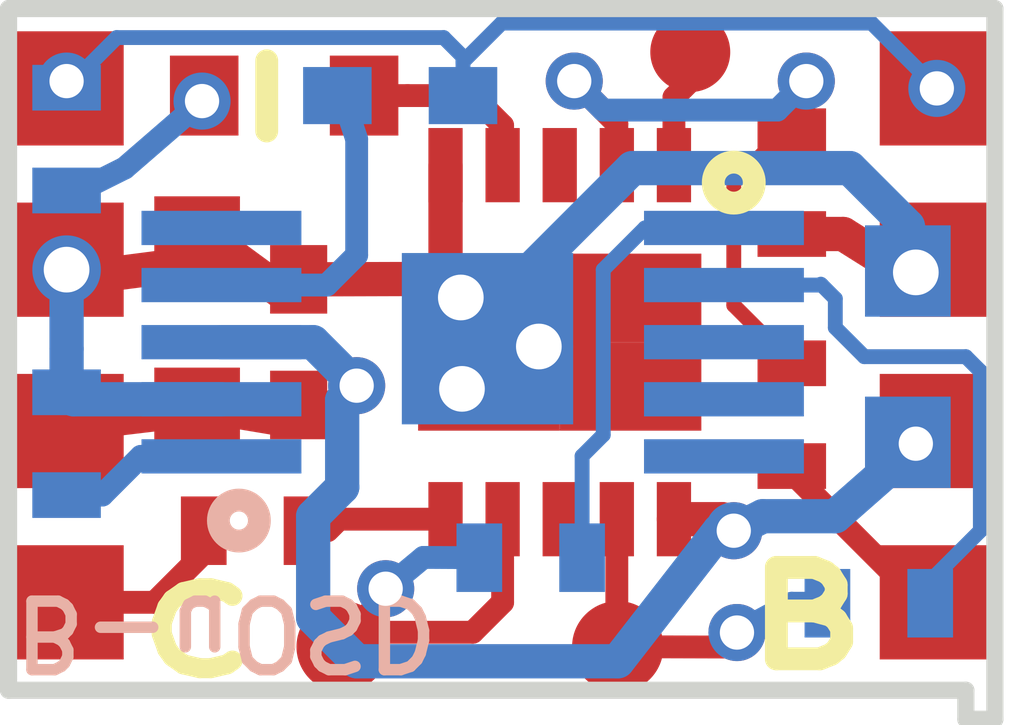
<source format=kicad_pcb>
(kicad_pcb (version 4) (host pcbnew 4.0.6)

  (general
    (links 38)
    (no_connects 0)
    (area 143.180999 110.414999 151.967001 116.788001)
    (thickness 0.8)
    (drawings 12)
    (tracks 164)
    (zones 0)
    (modules 20)
    (nets 21)
  )

  (page A4)
  (layers
    (0 F.Cu signal)
    (31 B.Cu signal)
    (32 B.Adhes user)
    (33 F.Adhes user)
    (34 B.Paste user)
    (35 F.Paste user)
    (36 B.SilkS user)
    (37 F.SilkS user)
    (38 B.Mask user)
    (39 F.Mask user)
    (40 Dwgs.User user)
    (41 Cmts.User user)
    (42 Eco1.User user)
    (43 Eco2.User user)
    (44 Edge.Cuts user)
    (45 Margin user)
    (46 B.CrtYd user hide)
    (47 F.CrtYd user hide)
    (48 B.Fab user hide)
    (49 F.Fab user hide)
  )

  (setup
    (last_trace_width 0.2)
    (trace_clearance 0.13)
    (zone_clearance 0.15)
    (zone_45_only no)
    (trace_min 0.13)
    (segment_width 0.2)
    (edge_width 0.15)
    (via_size 0.5)
    (via_drill 0.3)
    (via_min_size 0.4)
    (via_min_drill 0.3)
    (uvia_size 0.3)
    (uvia_drill 0.1)
    (uvias_allowed no)
    (uvia_min_size 0.2)
    (uvia_min_drill 0.1)
    (pcb_text_width 0.3)
    (pcb_text_size 1.5 1.5)
    (mod_edge_width 0.15)
    (mod_text_size 1 1)
    (mod_text_width 0.15)
    (pad_size 0.775 1.24)
    (pad_drill 0)
    (pad_to_mask_clearance 0.08)
    (aux_axis_origin 0 0)
    (visible_elements 7FFEFE7F)
    (pcbplotparams
      (layerselection 0x00030_80000001)
      (usegerberextensions false)
      (excludeedgelayer true)
      (linewidth 0.100000)
      (plotframeref false)
      (viasonmask false)
      (mode 1)
      (useauxorigin false)
      (hpglpennumber 1)
      (hpglpenspeed 20)
      (hpglpendiameter 15)
      (hpglpenoverlay 2)
      (psnegative false)
      (psa4output false)
      (plotreference true)
      (plotvalue true)
      (plotinvisibletext false)
      (padsonsilk false)
      (subtractmaskfromsilk false)
      (outputformat 1)
      (mirror false)
      (drillshape 1)
      (scaleselection 1)
      (outputdirectory ""))
  )

  (net 0 "")
  (net 1 GND)
  (net 2 VCC)
  (net 3 "Net-(C2-Pad1)")
  (net 4 VIDEO)
  (net 5 "Net-(D1-Pad1)")
  (net 6 "Net-(D1-Pad2)")
  (net 7 CONFIGURE)
  (net 8 +BATT)
  (net 9 "Net-(R1-Pad2)")
  (net 10 "Net-(R3-Pad2)")
  (net 11 "Net-(R5-Pad1)")
  (net 12 "Net-(R6-Pad1)")
  (net 13 "Net-(U1-Pad5)")
  (net 14 "Net-(U1-Pad9)")
  (net 15 "Net-(U1-Pad10)")
  (net 16 "Net-(J3-Pad1)")
  (net 17 "Net-(J4-Pad1)")
  (net 18 "Net-(J5-Pad1)")
  (net 19 "Net-(U1-Pad8)")
  (net 20 "Net-(R7-Pad2)")

  (net_class Default "This is the default net class."
    (clearance 0.13)
    (trace_width 0.2)
    (via_dia 0.5)
    (via_drill 0.3)
    (uvia_dia 0.3)
    (uvia_drill 0.1)
    (add_net +BATT)
    (add_net CONFIGURE)
    (add_net "Net-(C2-Pad1)")
    (add_net "Net-(D1-Pad1)")
    (add_net "Net-(D1-Pad2)")
    (add_net "Net-(R1-Pad2)")
    (add_net "Net-(R7-Pad2)")
    (add_net "Net-(U1-Pad10)")
    (add_net "Net-(U1-Pad5)")
    (add_net "Net-(U1-Pad8)")
    (add_net "Net-(U1-Pad9)")
  )

  (net_class GND ""
    (clearance 0.12)
    (trace_width 0.3)
    (via_dia 0.6)
    (via_drill 0.4)
    (uvia_dia 0.3)
    (uvia_drill 0.1)
    (add_net GND)
  )

  (net_class ProgLine ""
    (clearance 0.13)
    (trace_width 0.2)
    (via_dia 0.5)
    (via_drill 0.3)
    (uvia_dia 0.3)
    (uvia_drill 0.1)
    (add_net "Net-(J3-Pad1)")
    (add_net "Net-(J4-Pad1)")
    (add_net "Net-(J5-Pad1)")
  )

  (net_class Thin ""
    (clearance 0.13)
    (trace_width 0.13)
    (via_dia 0.5)
    (via_drill 0.3)
    (uvia_dia 0.3)
    (uvia_drill 0.1)
    (add_net "Net-(R3-Pad2)")
    (add_net "Net-(R5-Pad1)")
    (add_net "Net-(R6-Pad1)")
    (add_net VIDEO)
  )

  (net_class VCC ""
    (clearance 0.13)
    (trace_width 0.3)
    (via_dia 0.5)
    (via_drill 0.3)
    (uvia_dia 0.3)
    (uvia_drill 0.1)
    (add_net VCC)
  )

  (module C_0603 (layer B.Cu) (tedit 593194D3) (tstamp 593127B7)
    (at 151.13 113.538 270)
    (descr "Capacitor SMD 0603, reflow soldering, AVX (see smccp.pdf)")
    (tags "capacitor 0603")
    (path /59312194)
    (attr smd)
    (fp_text reference C1 (at 0 1.5 270) (layer B.SilkS) hide
      (effects (font (size 1 1) (thickness 0.15)) (justify mirror))
    )
    (fp_text value 100n (at 0 -1.5 270) (layer B.Fab)
      (effects (font (size 1 1) (thickness 0.15)) (justify mirror))
    )
    (fp_text user %R (at 0 1.5 270) (layer B.Fab)
      (effects (font (size 1 1) (thickness 0.15)) (justify mirror))
    )
    (fp_line (start -0.8 -0.4) (end -0.8 0.4) (layer B.Fab) (width 0.1))
    (fp_line (start 0.8 -0.4) (end -0.8 -0.4) (layer B.Fab) (width 0.1))
    (fp_line (start 0.8 0.4) (end 0.8 -0.4) (layer B.Fab) (width 0.1))
    (fp_line (start -0.8 0.4) (end 0.8 0.4) (layer B.Fab) (width 0.1))
    (fp_line (start -1.4 0.65) (end 1.4 0.65) (layer B.CrtYd) (width 0.05))
    (fp_line (start -1.4 0.65) (end -1.4 -0.65) (layer B.CrtYd) (width 0.05))
    (fp_line (start 1.4 -0.65) (end 1.4 0.65) (layer B.CrtYd) (width 0.05))
    (fp_line (start 1.4 -0.65) (end -1.4 -0.65) (layer B.CrtYd) (width 0.05))
    (pad 1 smd rect (at -0.75 0 270) (size 0.8 0.75) (layers B.Cu B.Paste B.Mask)
      (net 1 GND))
    (pad 2 smd rect (at 0.75 0 270) (size 0.8 0.75) (layers B.Cu B.Paste B.Mask)
      (net 2 VCC))
    (model Capacitors_SMD.3dshapes/C_0603.wrl
      (at (xyz 0 0 0))
      (scale (xyz 1 1 1))
      (rotate (xyz 0 0 0))
    )
  )

  (module C_0603 (layer F.Cu) (tedit 593194B7) (tstamp 593127D7)
    (at 144.907 113.284 270)
    (descr "Capacitor SMD 0603, reflow soldering, AVX (see smccp.pdf)")
    (tags "capacitor 0603")
    (path /593121E3)
    (attr smd)
    (fp_text reference C3 (at 0 -1.5 270) (layer F.SilkS) hide
      (effects (font (size 1 1) (thickness 0.15)))
    )
    (fp_text value 2.2uf (at 0 1.5 270) (layer F.Fab) hide
      (effects (font (size 1 1) (thickness 0.15)))
    )
    (fp_text user %R (at 0 -1.5 270) (layer F.Fab) hide
      (effects (font (size 1 1) (thickness 0.15)))
    )
    (fp_line (start -0.8 0.4) (end -0.8 -0.4) (layer F.Fab) (width 0.1))
    (fp_line (start 0.8 0.4) (end -0.8 0.4) (layer F.Fab) (width 0.1))
    (fp_line (start 0.8 -0.4) (end 0.8 0.4) (layer F.Fab) (width 0.1))
    (fp_line (start -0.8 -0.4) (end 0.8 -0.4) (layer F.Fab) (width 0.1))
    (fp_line (start -1.4 -0.65) (end 1.4 -0.65) (layer F.CrtYd) (width 0.05))
    (fp_line (start -1.4 -0.65) (end -1.4 0.65) (layer F.CrtYd) (width 0.05))
    (fp_line (start 1.4 0.65) (end 1.4 -0.65) (layer F.CrtYd) (width 0.05))
    (fp_line (start 1.4 0.65) (end -1.4 0.65) (layer F.CrtYd) (width 0.05))
    (pad 1 smd rect (at -0.75 0 270) (size 0.8 0.75) (layers F.Cu F.Paste F.Mask)
      (net 1 GND))
    (pad 2 smd rect (at 0.75 0 270) (size 0.8 0.75) (layers F.Cu F.Paste F.Mask)
      (net 2 VCC))
    (model Capacitors_SMD.3dshapes/C_0603.wrl
      (at (xyz 0 0 0))
      (scale (xyz 1 1 1))
      (rotate (xyz 0 0 0))
    )
  )

  (module 4pin_SMD_small (layer F.Cu) (tedit 5931896A) (tstamp 59312807)
    (at 151.384 115.189 90)
    (path /59315140)
    (fp_text reference J1 (at 1.27 2.54 90) (layer F.SilkS) hide
      (effects (font (size 1 1) (thickness 0.15)))
    )
    (fp_text value Camera (at 1.27 -2.54 90) (layer F.Fab) hide
      (effects (font (size 1 1) (thickness 0.15)))
    )
    (pad 4 smd rect (at 4 0 90) (size 1 1) (layers F.Cu F.Paste F.Mask)
      (net 4 VIDEO))
    (pad 3 smd rect (at 2.5 0 90) (size 1 1) (layers F.Cu F.Paste F.Mask)
      (net 1 GND))
    (pad 2 smd rect (at 1 0 90) (size 1 1) (layers F.Cu F.Paste F.Mask)
      (net 2 VCC))
    (pad 1 smd rect (at -0.5 0 90) (size 1 1) (layers F.Cu F.Paste F.Mask)
      (net 8 +BATT))
  )

  (module D_SOD-523 (layer F.Cu) (tedit 59317AB2) (tstamp 593127FF)
    (at 145.669 111.252)
    (descr "http://www.diodes.com/datasheets/ap02001.pdf p.144")
    (tags "Diode SOD523")
    (path /593139FC)
    (attr smd)
    (fp_text reference D1 (at 0 -1.3) (layer F.SilkS) hide
      (effects (font (size 1 1) (thickness 0.15)))
    )
    (fp_text value 1N4148WT (at 0 1.4) (layer F.Fab)
      (effects (font (size 1 1) (thickness 0.15)))
    )
    (fp_text user %R (at 0 -1.3) (layer F.Fab) hide
      (effects (font (size 1 1) (thickness 0.15)))
    )
    (fp_line (start 1.25 -0.7) (end 1.25 0.7) (layer F.CrtYd) (width 0.05))
    (fp_line (start -1.25 -0.7) (end 1.25 -0.7) (layer F.CrtYd) (width 0.05))
    (fp_line (start -1.25 0.7) (end -1.25 -0.7) (layer F.CrtYd) (width 0.05))
    (fp_line (start 1.25 0.7) (end -1.25 0.7) (layer F.CrtYd) (width 0.05))
    (fp_line (start 0.1 0) (end 0.25 0) (layer F.Fab) (width 0.1))
    (fp_line (start 0.1 -0.2) (end -0.2 0) (layer F.Fab) (width 0.1))
    (fp_line (start 0.1 0.2) (end 0.1 -0.2) (layer F.Fab) (width 0.1))
    (fp_line (start -0.2 0) (end 0.1 0.2) (layer F.Fab) (width 0.1))
    (fp_line (start -0.2 0) (end -0.35 0) (layer F.Fab) (width 0.1))
    (fp_line (start -0.2 0.2) (end -0.2 -0.2) (layer F.Fab) (width 0.1))
    (fp_line (start 0.65 -0.45) (end 0.65 0.45) (layer F.Fab) (width 0.1))
    (fp_line (start -0.65 -0.45) (end 0.65 -0.45) (layer F.Fab) (width 0.1))
    (fp_line (start -0.65 0.45) (end -0.65 -0.45) (layer F.Fab) (width 0.1))
    (fp_line (start 0.65 0.45) (end -0.65 0.45) (layer F.Fab) (width 0.1))
    (pad 2 smd rect (at 0.7 0 180) (size 0.6 0.7) (layers F.Cu F.Paste F.Mask)
      (net 6 "Net-(D1-Pad2)"))
    (pad 1 smd rect (at -0.7 0 180) (size 0.6 0.7) (layers F.Cu F.Paste F.Mask)
      (net 5 "Net-(D1-Pad1)"))
    (model ${KISYS3DMOD}/Diodes_SMD.3dshapes/D_SOD-523.wrl
      (at (xyz 0 0 0))
      (scale (xyz 1 1 1))
      (rotate (xyz 0 0 0))
    )
  )

  (module Prog_pad (layer F.Cu) (tedit 5938F6E1) (tstamp 593178F5)
    (at 149.225 110.871)
    (path /5931B806)
    (fp_text reference J3 (at 0.75 1.5) (layer F.SilkS) hide
      (effects (font (size 1 1) (thickness 0.15)))
    )
    (fp_text value RST (at 0 -1.75) (layer F.Fab) hide
      (effects (font (size 1 1) (thickness 0.15)))
    )
    (pad 1 smd circle (at 0 0) (size 0.7 0.7) (layers F.Cu F.Paste F.Mask)
      (net 16 "Net-(J3-Pad1)") (solder_mask_margin 0.02))
  )

  (module MSOP-10_3x3mm_Pitch0.5mm locked (layer B.Cu) (tedit 5931761D) (tstamp 59312888)
    (at 147.32 113.411)
    (descr "10-Lead Plastic Micro Small Outline Package (MS) [MSOP] (see Microchip Packaging Specification 00000049BS.pdf)")
    (tags "SSOP 0.5")
    (path /59311C8C)
    (attr smd)
    (fp_text reference U1 (at 0 2.6) (layer B.SilkS) hide
      (effects (font (size 1 1) (thickness 0.15)) (justify mirror))
    )
    (fp_text value LMH1980 (at 0 -2.6) (layer B.Fab) hide
      (effects (font (size 1 1) (thickness 0.15)) (justify mirror))
    )
    (fp_line (start -0.5 1.5) (end 1.5 1.5) (layer B.Fab) (width 0.15))
    (fp_line (start 1.5 1.5) (end 1.5 -1.5) (layer B.Fab) (width 0.15))
    (fp_line (start 1.5 -1.5) (end -1.5 -1.5) (layer B.Fab) (width 0.15))
    (fp_line (start -1.5 -1.5) (end -1.5 0.5) (layer B.Fab) (width 0.15))
    (fp_line (start -1.5 0.5) (end -0.5 1.5) (layer B.Fab) (width 0.15))
    (fp_line (start -3.15 1.85) (end -3.15 -1.85) (layer B.CrtYd) (width 0.05))
    (fp_line (start 3.15 1.85) (end 3.15 -1.85) (layer B.CrtYd) (width 0.05))
    (fp_line (start -3.15 1.85) (end 3.15 1.85) (layer B.CrtYd) (width 0.05))
    (fp_line (start -3.15 -1.85) (end 3.15 -1.85) (layer B.CrtYd) (width 0.05))
    (fp_text user %R (at 0 0) (layer B.Fab) hide
      (effects (font (size 0.6 0.6) (thickness 0.15)) (justify mirror))
    )
    (pad 1 smd rect (at -2.2 1) (size 1.4 0.3) (layers B.Cu B.Paste B.Mask)
      (net 9 "Net-(R1-Pad2)"))
    (pad 2 smd rect (at -2.2 0.5) (size 1.4 0.3) (layers B.Cu B.Paste B.Mask)
      (net 1 GND))
    (pad 3 smd rect (at -2.2 0) (size 1.4 0.3) (layers B.Cu B.Paste B.Mask)
      (net 2 VCC))
    (pad 4 smd rect (at -2.2 -0.5) (size 1.4 0.3) (layers B.Cu B.Paste B.Mask)
      (net 3 "Net-(C2-Pad1)"))
    (pad 5 smd rect (at -2.2 -1) (size 1.4 0.3) (layers B.Cu B.Paste B.Mask)
      (net 13 "Net-(U1-Pad5)"))
    (pad 6 smd rect (at 2.2 -1) (size 1.4 0.3) (layers B.Cu B.Paste B.Mask)
      (net 11 "Net-(R5-Pad1)"))
    (pad 7 smd rect (at 2.2 -0.5) (size 1.4 0.3) (layers B.Cu B.Paste B.Mask)
      (net 12 "Net-(R6-Pad1)"))
    (pad 8 smd rect (at 2.2 0) (size 1.4 0.3) (layers B.Cu B.Paste B.Mask)
      (net 19 "Net-(U1-Pad8)"))
    (pad 9 smd rect (at 2.2 0.5) (size 1.4 0.3) (layers B.Cu B.Paste B.Mask)
      (net 14 "Net-(U1-Pad9)"))
    (pad 10 smd rect (at 2.2 1) (size 1.4 0.3) (layers B.Cu B.Paste B.Mask)
      (net 15 "Net-(U1-Pad10)"))
    (model ${KISYS3DMOD}/Housings_SSOP.3dshapes/MSOP-10_3x3mm_Pitch0.5mm.wrl
      (at (xyz 0 0 0))
      (scale (xyz 1 1 1))
      (rotate (xyz 0 0 0))
    )
  )

  (module DFN-10-1EP_3x3mm_Pitch0.5mm locked (layer F.Cu) (tedit 597F1D53) (tstamp 593128AB)
    (at 148.082 113.411 270)
    (descr "10-Lead Plastic Dual Flat, No Lead Package (MF) - 3x3x0.9 mm Body [DFN] (see Microchip Packaging Specification 00000049BS.pdf)")
    (tags "DFN 0.5")
    (path /593115E4)
    (attr smd)
    (fp_text reference U2 (at 0 -2.575 270) (layer F.SilkS) hide
      (effects (font (size 1 1) (thickness 0.15)))
    )
    (fp_text value ATTINY13A-MMF (at 0 2.575 270) (layer F.Fab)
      (effects (font (size 1 1) (thickness 0.15)))
    )
    (fp_line (start -0.5 -1.5) (end 1.5 -1.5) (layer F.Fab) (width 0.15))
    (fp_line (start 1.5 -1.5) (end 1.5 1.5) (layer F.Fab) (width 0.15))
    (fp_line (start 1.5 1.5) (end -1.5 1.5) (layer F.Fab) (width 0.15))
    (fp_line (start -1.5 1.5) (end -1.5 -0.5) (layer F.Fab) (width 0.15))
    (fp_line (start -1.5 -0.5) (end -0.5 -1.5) (layer F.Fab) (width 0.15))
    (fp_line (start -2.15 -1.85) (end -2.15 1.85) (layer F.CrtYd) (width 0.05))
    (fp_line (start 2.15 -1.85) (end 2.15 1.85) (layer F.CrtYd) (width 0.05))
    (fp_line (start -2.15 -1.85) (end 2.15 -1.85) (layer F.CrtYd) (width 0.05))
    (fp_line (start -2.15 1.85) (end 2.15 1.85) (layer F.CrtYd) (width 0.05))
    (pad 1 smd rect (at -1.55 -1 270) (size 0.65 0.3) (layers F.Cu F.Paste F.Mask)
      (net 16 "Net-(J3-Pad1)"))
    (pad 2 smd rect (at -1.55 -0.5 270) (size 0.65 0.3) (layers F.Cu F.Paste F.Mask)
      (net 10 "Net-(R3-Pad2)"))
    (pad 3 smd rect (at -1.55 0 270) (size 0.65 0.3) (layers F.Cu F.Paste F.Mask))
    (pad 4 smd rect (at -1.55 0.5 270) (size 0.65 0.3) (layers F.Cu F.Paste F.Mask)
      (net 6 "Net-(D1-Pad2)"))
    (pad 5 smd rect (at -1.55 1 270) (size 0.65 0.3) (layers F.Cu F.Paste F.Mask)
      (net 1 GND))
    (pad 6 smd rect (at 1.55 1 270) (size 0.65 0.3) (layers F.Cu F.Paste F.Mask)
      (net 20 "Net-(R7-Pad2)"))
    (pad 7 smd rect (at 1.55 0.5 270) (size 0.65 0.3) (layers F.Cu F.Paste F.Mask)
      (net 17 "Net-(J4-Pad1)"))
    (pad 8 smd rect (at 1.55 0 270) (size 0.65 0.3) (layers F.Cu F.Paste F.Mask))
    (pad 9 smd rect (at 1.55 -0.5 270) (size 0.65 0.3) (layers F.Cu F.Paste F.Mask)
      (net 18 "Net-(J5-Pad1)"))
    (pad 10 smd rect (at 1.55 -1 270) (size 0.65 0.3) (layers F.Cu F.Paste F.Mask)
      (net 2 VCC))
    (pad 11 smd rect (at 0.3875 0.62 270) (size 0.775 1.24) (layers F.Cu F.Paste F.Mask)
      (net 1 GND) (solder_paste_margin_ratio -0.2))
    (pad 11 smd rect (at 0.3875 -0.62 270) (size 0.775 1.24) (layers F.Cu F.Paste F.Mask)
      (net 1 GND) (solder_paste_margin_ratio -0.2))
    (pad 11 smd rect (at -0.3875 0.62 270) (size 0.775 1.24) (layers F.Cu F.Paste F.Mask)
      (net 1 GND) (solder_paste_margin_ratio -0.2))
    (pad 11 smd rect (at -0.3875 -0.62 270) (size 0.775 1.24) (layers F.Cu F.Paste F.Mask)
      (net 1 GND) (solder_paste_margin_ratio -0.2))
    (model Housings_DFN_QFN.3dshapes/DFN-10-1EP_3x3mm_Pitch0.5mm.wrl
      (at (xyz 0 0 0))
      (scale (xyz 1 1 1))
      (rotate (xyz 0 0 0))
    )
  )

  (module Capacitors_SMD:C_0402_NoSilk (layer B.Cu) (tedit 59314D84) (tstamp 593127C6)
    (at 146.685 111.252)
    (descr "Capacitor SMD 0402, reflow soldering, AVX (see smccp.pdf)")
    (tags "capacitor 0402")
    (path /593126E9)
    (attr smd)
    (fp_text reference C2 (at 0 1.27) (layer B.SilkS) hide
      (effects (font (size 1 1) (thickness 0.15)) (justify mirror))
    )
    (fp_text value 100n (at 0 -1.27) (layer B.Fab) hide
      (effects (font (size 1 1) (thickness 0.15)) (justify mirror))
    )
    (fp_text user %R (at 0 1.27) (layer B.Fab) hide
      (effects (font (size 1 1) (thickness 0.15)) (justify mirror))
    )
    (fp_line (start -0.5 -0.25) (end -0.5 0.25) (layer B.Fab) (width 0.1))
    (fp_line (start 0.5 -0.25) (end -0.5 -0.25) (layer B.Fab) (width 0.1))
    (fp_line (start 0.5 0.25) (end 0.5 -0.25) (layer B.Fab) (width 0.1))
    (fp_line (start -0.5 0.25) (end 0.5 0.25) (layer B.Fab) (width 0.1))
    (fp_line (start -1 0.4) (end 1 0.4) (layer B.CrtYd) (width 0.05))
    (fp_line (start -1 0.4) (end -1 -0.4) (layer B.CrtYd) (width 0.05))
    (fp_line (start 1 -0.4) (end 1 0.4) (layer B.CrtYd) (width 0.05))
    (fp_line (start 1 -0.4) (end -1 -0.4) (layer B.CrtYd) (width 0.05))
    (pad 1 smd rect (at -0.55 0) (size 0.6 0.5) (layers B.Cu B.Paste B.Mask)
      (net 3 "Net-(C2-Pad1)"))
    (pad 2 smd rect (at 0.55 0) (size 0.6 0.5) (layers B.Cu B.Paste B.Mask)
      (net 4 VIDEO))
    (model Capacitors_SMD.3dshapes/C_0402.wrl
      (at (xyz 0 0 0))
      (scale (xyz 1 1 1))
      (rotate (xyz 0 0 0))
    )
  )

  (module Capacitors_SMD:C_0402_NoSilk (layer F.Cu) (tedit 59316C49) (tstamp 593127E6)
    (at 145.796 113.411 90)
    (descr "Capacitor SMD 0402, reflow soldering, AVX (see smccp.pdf)")
    (tags "capacitor 0402")
    (path /59317458)
    (attr smd)
    (fp_text reference C4 (at 0 -1.27 90) (layer F.SilkS) hide
      (effects (font (size 1 1) (thickness 0.15)))
    )
    (fp_text value 100n (at 0 1.27 90) (layer F.Fab)
      (effects (font (size 1 1) (thickness 0.15)))
    )
    (fp_text user %R (at 0 -1.27 90) (layer F.Fab)
      (effects (font (size 1 1) (thickness 0.15)))
    )
    (fp_line (start -0.5 0.25) (end -0.5 -0.25) (layer F.Fab) (width 0.1))
    (fp_line (start 0.5 0.25) (end -0.5 0.25) (layer F.Fab) (width 0.1))
    (fp_line (start 0.5 -0.25) (end 0.5 0.25) (layer F.Fab) (width 0.1))
    (fp_line (start -0.5 -0.25) (end 0.5 -0.25) (layer F.Fab) (width 0.1))
    (fp_line (start -1 -0.4) (end 1 -0.4) (layer F.CrtYd) (width 0.05))
    (fp_line (start -1 -0.4) (end -1 0.4) (layer F.CrtYd) (width 0.05))
    (fp_line (start 1 0.4) (end 1 -0.4) (layer F.CrtYd) (width 0.05))
    (fp_line (start 1 0.4) (end -1 0.4) (layer F.CrtYd) (width 0.05))
    (pad 1 smd rect (at -0.55 0 90) (size 0.6 0.5) (layers F.Cu F.Paste F.Mask)
      (net 2 VCC))
    (pad 2 smd rect (at 0.55 0 90) (size 0.6 0.5) (layers F.Cu F.Paste F.Mask)
      (net 1 GND))
    (model Capacitors_SMD.3dshapes/C_0402.wrl
      (at (xyz 0 0 0))
      (scale (xyz 1 1 1))
      (rotate (xyz 0 0 0))
    )
  )

  (module Resistors_SMD:R_0402_NoSilk (layer B.Cu) (tedit 59314DA3) (tstamp 5931281E)
    (at 143.764 114.3 270)
    (descr "Resistor SMD 0402, reflow soldering, Vishay (see dcrcw.pdf)")
    (tags "resistor 0402")
    (path /59311F24)
    (attr smd)
    (fp_text reference R1 (at 0 1.2 270) (layer B.SilkS) hide
      (effects (font (size 1 1) (thickness 0.15)) (justify mirror))
    )
    (fp_text value "10K 1%" (at 0 -1.25 270) (layer B.Fab) hide
      (effects (font (size 1 1) (thickness 0.15)) (justify mirror))
    )
    (fp_text user %R (at 0 1.2 270) (layer B.Fab) hide
      (effects (font (size 1 1) (thickness 0.15)) (justify mirror))
    )
    (fp_line (start -0.5 -0.25) (end -0.5 0.25) (layer B.Fab) (width 0.1))
    (fp_line (start 0.5 -0.25) (end -0.5 -0.25) (layer B.Fab) (width 0.1))
    (fp_line (start 0.5 0.25) (end 0.5 -0.25) (layer B.Fab) (width 0.1))
    (fp_line (start -0.5 0.25) (end 0.5 0.25) (layer B.Fab) (width 0.1))
    (fp_line (start -0.8 0.45) (end 0.8 0.45) (layer B.CrtYd) (width 0.05))
    (fp_line (start -0.8 0.45) (end -0.8 -0.45) (layer B.CrtYd) (width 0.05))
    (fp_line (start 0.8 -0.45) (end 0.8 0.45) (layer B.CrtYd) (width 0.05))
    (fp_line (start 0.8 -0.45) (end -0.8 -0.45) (layer B.CrtYd) (width 0.05))
    (pad 1 smd rect (at -0.45 0 270) (size 0.4 0.6) (layers B.Cu B.Paste B.Mask)
      (net 1 GND))
    (pad 2 smd rect (at 0.45 0 270) (size 0.4 0.6) (layers B.Cu B.Paste B.Mask)
      (net 9 "Net-(R1-Pad2)"))
    (model ${KISYS3DMOD}/Resistors_SMD.3dshapes/R_0402.wrl
      (at (xyz 0 0 0))
      (scale (xyz 1 1 1))
      (rotate (xyz 0 0 0))
    )
  )

  (module Resistors_SMD:R_0402_NoSilk (layer B.Cu) (tedit 597EF9EE) (tstamp 5931282D)
    (at 143.764 111.633 90)
    (descr "Resistor SMD 0402, reflow soldering, Vishay (see dcrcw.pdf)")
    (tags "resistor 0402")
    (path /59313E97)
    (attr smd)
    (fp_text reference R2 (at 0 1.2 90) (layer B.SilkS) hide
      (effects (font (size 1 1) (thickness 0.15)) (justify mirror))
    )
    (fp_text value 220 (at 0 -1.25 90) (layer B.Fab) hide
      (effects (font (size 1 1) (thickness 0.15)) (justify mirror))
    )
    (fp_text user %R (at 0 1.2 90) (layer B.Fab) hide
      (effects (font (size 1 1) (thickness 0.15)) (justify mirror))
    )
    (fp_line (start -0.5 -0.25) (end -0.5 0.25) (layer B.Fab) (width 0.1))
    (fp_line (start 0.5 -0.25) (end -0.5 -0.25) (layer B.Fab) (width 0.1))
    (fp_line (start 0.5 0.25) (end 0.5 -0.25) (layer B.Fab) (width 0.1))
    (fp_line (start -0.5 0.25) (end 0.5 0.25) (layer B.Fab) (width 0.1))
    (fp_line (start -0.8 0.45) (end 0.8 0.45) (layer B.CrtYd) (width 0.05))
    (fp_line (start -0.8 0.45) (end -0.8 -0.45) (layer B.CrtYd) (width 0.05))
    (fp_line (start 0.8 -0.45) (end 0.8 0.45) (layer B.CrtYd) (width 0.05))
    (fp_line (start 0.8 -0.45) (end -0.8 -0.45) (layer B.CrtYd) (width 0.05))
    (pad 1 smd rect (at -0.45 0 90) (size 0.4 0.6) (layers B.Cu B.Paste B.Mask)
      (net 5 "Net-(D1-Pad1)"))
    (pad 2 smd rect (at 0.45 0 90) (size 0.4 0.6) (layers B.Cu B.Paste B.Mask)
      (net 4 VIDEO))
    (model ${KISYS3DMOD}/Resistors_SMD.3dshapes/R_0402.wrl
      (at (xyz 0 0 0))
      (scale (xyz 1 1 1))
      (rotate (xyz 0 0 0))
    )
  )

  (module Resistors_SMD:R_0402_NoSilk (layer F.Cu) (tedit 59316C65) (tstamp 5931283C)
    (at 150.114 114.046 90)
    (descr "Resistor SMD 0402, reflow soldering, Vishay (see dcrcw.pdf)")
    (tags "resistor 0402")
    (path /5931457B)
    (attr smd)
    (fp_text reference R3 (at 0 -1.2 90) (layer F.SilkS) hide
      (effects (font (size 1 1) (thickness 0.15)))
    )
    (fp_text value 15K (at 0 1.25 90) (layer F.Fab)
      (effects (font (size 1 1) (thickness 0.15)))
    )
    (fp_text user %R (at 0 -1.2 90) (layer F.Fab)
      (effects (font (size 1 1) (thickness 0.15)))
    )
    (fp_line (start -0.5 0.25) (end -0.5 -0.25) (layer F.Fab) (width 0.1))
    (fp_line (start 0.5 0.25) (end -0.5 0.25) (layer F.Fab) (width 0.1))
    (fp_line (start 0.5 -0.25) (end 0.5 0.25) (layer F.Fab) (width 0.1))
    (fp_line (start -0.5 -0.25) (end 0.5 -0.25) (layer F.Fab) (width 0.1))
    (fp_line (start -0.8 -0.45) (end 0.8 -0.45) (layer F.CrtYd) (width 0.05))
    (fp_line (start -0.8 -0.45) (end -0.8 0.45) (layer F.CrtYd) (width 0.05))
    (fp_line (start 0.8 0.45) (end 0.8 -0.45) (layer F.CrtYd) (width 0.05))
    (fp_line (start 0.8 0.45) (end -0.8 0.45) (layer F.CrtYd) (width 0.05))
    (pad 1 smd rect (at -0.45 0 90) (size 0.4 0.6) (layers F.Cu F.Paste F.Mask)
      (net 8 +BATT))
    (pad 2 smd rect (at 0.45 0 90) (size 0.4 0.6) (layers F.Cu F.Paste F.Mask)
      (net 10 "Net-(R3-Pad2)"))
    (model ${KISYS3DMOD}/Resistors_SMD.3dshapes/R_0402.wrl
      (at (xyz 0 0 0))
      (scale (xyz 1 1 1))
      (rotate (xyz 0 0 0))
    )
  )

  (module Resistors_SMD:R_0402_NoSilk (layer F.Cu) (tedit 59316C5A) (tstamp 5931284B)
    (at 150.114 112.014 270)
    (descr "Resistor SMD 0402, reflow soldering, Vishay (see dcrcw.pdf)")
    (tags "resistor 0402")
    (path /59314710)
    (attr smd)
    (fp_text reference R4 (at 0 -1.2 270) (layer F.SilkS) hide
      (effects (font (size 1 1) (thickness 0.15)))
    )
    (fp_text value 1K (at 0 1.25 270) (layer F.Fab)
      (effects (font (size 1 1) (thickness 0.15)))
    )
    (fp_text user %R (at 0 -1.2 270) (layer F.Fab)
      (effects (font (size 1 1) (thickness 0.15)))
    )
    (fp_line (start -0.5 0.25) (end -0.5 -0.25) (layer F.Fab) (width 0.1))
    (fp_line (start 0.5 0.25) (end -0.5 0.25) (layer F.Fab) (width 0.1))
    (fp_line (start 0.5 -0.25) (end 0.5 0.25) (layer F.Fab) (width 0.1))
    (fp_line (start -0.5 -0.25) (end 0.5 -0.25) (layer F.Fab) (width 0.1))
    (fp_line (start -0.8 -0.45) (end 0.8 -0.45) (layer F.CrtYd) (width 0.05))
    (fp_line (start -0.8 -0.45) (end -0.8 0.45) (layer F.CrtYd) (width 0.05))
    (fp_line (start 0.8 0.45) (end 0.8 -0.45) (layer F.CrtYd) (width 0.05))
    (fp_line (start 0.8 0.45) (end -0.8 0.45) (layer F.CrtYd) (width 0.05))
    (pad 1 smd rect (at -0.45 0 270) (size 0.4 0.6) (layers F.Cu F.Paste F.Mask)
      (net 10 "Net-(R3-Pad2)"))
    (pad 2 smd rect (at 0.45 0 270) (size 0.4 0.6) (layers F.Cu F.Paste F.Mask)
      (net 1 GND))
    (model ${KISYS3DMOD}/Resistors_SMD.3dshapes/R_0402.wrl
      (at (xyz 0 0 0))
      (scale (xyz 1 1 1))
      (rotate (xyz 0 0 0))
    )
  )

  (module Resistors_SMD:R_0402_NoSilk (layer B.Cu) (tedit 597EF9D9) (tstamp 59312869)
    (at 150.876 115.697 180)
    (descr "Resistor SMD 0402, reflow soldering, Vishay (see dcrcw.pdf)")
    (tags "resistor 0402")
    (path /59312FDF)
    (attr smd)
    (fp_text reference R6 (at 0 1.2 180) (layer B.SilkS) hide
      (effects (font (size 1 1) (thickness 0.15)) (justify mirror))
    )
    (fp_text value 120 (at 0 -1.25 180) (layer B.Fab)
      (effects (font (size 1 1) (thickness 0.15)) (justify mirror))
    )
    (fp_text user %R (at 0 1.2 180) (layer B.Fab)
      (effects (font (size 1 1) (thickness 0.15)) (justify mirror))
    )
    (fp_line (start -0.5 -0.25) (end -0.5 0.25) (layer B.Fab) (width 0.1))
    (fp_line (start 0.5 -0.25) (end -0.5 -0.25) (layer B.Fab) (width 0.1))
    (fp_line (start 0.5 0.25) (end 0.5 -0.25) (layer B.Fab) (width 0.1))
    (fp_line (start -0.5 0.25) (end 0.5 0.25) (layer B.Fab) (width 0.1))
    (fp_line (start -0.8 0.45) (end 0.8 0.45) (layer B.CrtYd) (width 0.05))
    (fp_line (start -0.8 0.45) (end -0.8 -0.45) (layer B.CrtYd) (width 0.05))
    (fp_line (start 0.8 -0.45) (end 0.8 0.45) (layer B.CrtYd) (width 0.05))
    (fp_line (start 0.8 -0.45) (end -0.8 -0.45) (layer B.CrtYd) (width 0.05))
    (pad 1 smd rect (at -0.45 0 180) (size 0.4 0.6) (layers B.Cu B.Paste B.Mask)
      (net 12 "Net-(R6-Pad1)"))
    (pad 2 smd rect (at 0.45 0 180) (size 0.4 0.6) (layers B.Cu B.Paste B.Mask)
      (net 18 "Net-(J5-Pad1)"))
    (model ${KISYS3DMOD}/Resistors_SMD.3dshapes/R_0402.wrl
      (at (xyz 0 0 0))
      (scale (xyz 1 1 1))
      (rotate (xyz 0 0 0))
    )
  )

  (module .pretty:Prog_pad (layer F.Cu) (tedit 5938F6D4) (tstamp 59317993)
    (at 146.177 116.078)
    (path /5931C145)
    (fp_text reference J4 (at 0.75 1.5) (layer F.SilkS) hide
      (effects (font (size 1 1) (thickness 0.15)))
    )
    (fp_text value MISO (at 0 -1.75) (layer F.Fab) hide
      (effects (font (size 1 1) (thickness 0.15)))
    )
    (pad 1 smd circle (at 0 0) (size 0.8 0.8) (layers F.Cu F.Paste F.Mask)
      (net 17 "Net-(J4-Pad1)") (solder_mask_margin 0.02))
  )

  (module .pretty:Prog_pad (layer F.Cu) (tedit 5938F6D9) (tstamp 59317998)
    (at 148.59 116.078)
    (path /5931BD6C)
    (fp_text reference J5 (at 0.75 1.5) (layer F.SilkS) hide
      (effects (font (size 1 1) (thickness 0.15)))
    )
    (fp_text value SCK (at 0 -1.75) (layer F.Fab) hide
      (effects (font (size 1 1) (thickness 0.15)))
    )
    (pad 1 smd circle (at 0 0) (size 0.8 0.8) (layers F.Cu F.Paste F.Mask)
      (net 18 "Net-(J5-Pad1)") (solder_mask_margin 0.02))
  )

  (module Resistors_SMD:R_0402_NoSilk (layer B.Cu) (tedit 597EFA20) (tstamp 5931285A)
    (at 147.828 115.29822 180)
    (descr "Resistor SMD 0402, reflow soldering, Vishay (see dcrcw.pdf)")
    (tags "resistor 0402")
    (path /59312BCF)
    (attr smd)
    (fp_text reference R5 (at 0 1.2 180) (layer B.SilkS) hide
      (effects (font (size 1 1) (thickness 0.15)) (justify mirror))
    )
    (fp_text value 120 (at 0 -1.25 180) (layer B.Fab)
      (effects (font (size 1 1) (thickness 0.15)) (justify mirror))
    )
    (fp_text user %R (at 0 1.2 180) (layer B.Fab)
      (effects (font (size 1 1) (thickness 0.15)) (justify mirror))
    )
    (fp_line (start -0.5 -0.25) (end -0.5 0.25) (layer B.Fab) (width 0.1))
    (fp_line (start 0.5 -0.25) (end -0.5 -0.25) (layer B.Fab) (width 0.1))
    (fp_line (start 0.5 0.25) (end 0.5 -0.25) (layer B.Fab) (width 0.1))
    (fp_line (start -0.5 0.25) (end 0.5 0.25) (layer B.Fab) (width 0.1))
    (fp_line (start -0.8 0.45) (end 0.8 0.45) (layer B.CrtYd) (width 0.05))
    (fp_line (start -0.8 0.45) (end -0.8 -0.45) (layer B.CrtYd) (width 0.05))
    (fp_line (start 0.8 -0.45) (end 0.8 0.45) (layer B.CrtYd) (width 0.05))
    (fp_line (start 0.8 -0.45) (end -0.8 -0.45) (layer B.CrtYd) (width 0.05))
    (pad 1 smd rect (at -0.45 0 180) (size 0.4 0.6) (layers B.Cu B.Paste B.Mask)
      (net 11 "Net-(R5-Pad1)"))
    (pad 2 smd rect (at 0.45 0 180) (size 0.4 0.6) (layers B.Cu B.Paste B.Mask)
      (net 17 "Net-(J4-Pad1)"))
    (model ${KISYS3DMOD}/Resistors_SMD.3dshapes/R_0402.wrl
      (at (xyz 0 0 0))
      (scale (xyz 1 1 1))
      (rotate (xyz 0 0 0))
    )
  )

  (module .pretty:4pin_SMD_small (layer F.Cu) (tedit 5931896A) (tstamp 5931280F)
    (at 143.764 115.189 90)
    (path /593152FB)
    (fp_text reference J2 (at 1.27 2.54 90) (layer F.SilkS) hide
      (effects (font (size 1 1) (thickness 0.15)))
    )
    (fp_text value VTX (at 1.27 -2.54 90) (layer F.Fab) hide
      (effects (font (size 1 1) (thickness 0.15)))
    )
    (pad 4 smd rect (at 4 0 90) (size 1 1) (layers F.Cu F.Paste F.Mask)
      (net 4 VIDEO))
    (pad 3 smd rect (at 2.5 0 90) (size 1 1) (layers F.Cu F.Paste F.Mask)
      (net 1 GND))
    (pad 2 smd rect (at 1 0 90) (size 1 1) (layers F.Cu F.Paste F.Mask)
      (net 2 VCC))
    (pad 1 smd rect (at -0.5 0 90) (size 1 1) (layers F.Cu F.Paste F.Mask)
      (net 7 CONFIGURE))
  )

  (module Resistors_SMD:R_0402_NoSilk (layer F.Cu) (tedit 597EFA02) (tstamp 5938F5C3)
    (at 145.415 115.062)
    (descr "Resistor SMD 0402, reflow soldering, Vishay (see dcrcw.pdf)")
    (tags "resistor 0402")
    (path /59390823)
    (attr smd)
    (fp_text reference R7 (at 0 -1.2) (layer F.SilkS) hide
      (effects (font (size 1 1) (thickness 0.15)))
    )
    (fp_text value 120 (at 0 1.25) (layer F.Fab)
      (effects (font (size 1 1) (thickness 0.15)))
    )
    (fp_text user %R (at 0 -1.2) (layer F.Fab)
      (effects (font (size 1 1) (thickness 0.15)))
    )
    (fp_line (start -0.5 0.25) (end -0.5 -0.25) (layer F.Fab) (width 0.1))
    (fp_line (start 0.5 0.25) (end -0.5 0.25) (layer F.Fab) (width 0.1))
    (fp_line (start 0.5 -0.25) (end 0.5 0.25) (layer F.Fab) (width 0.1))
    (fp_line (start -0.5 -0.25) (end 0.5 -0.25) (layer F.Fab) (width 0.1))
    (fp_line (start -0.8 -0.45) (end 0.8 -0.45) (layer F.CrtYd) (width 0.05))
    (fp_line (start -0.8 -0.45) (end -0.8 0.45) (layer F.CrtYd) (width 0.05))
    (fp_line (start 0.8 0.45) (end 0.8 -0.45) (layer F.CrtYd) (width 0.05))
    (fp_line (start 0.8 0.45) (end -0.8 0.45) (layer F.CrtYd) (width 0.05))
    (pad 1 smd rect (at -0.45 0) (size 0.4 0.6) (layers F.Cu F.Paste F.Mask)
      (net 7 CONFIGURE))
    (pad 2 smd rect (at 0.45 0) (size 0.4 0.6) (layers F.Cu F.Paste F.Mask)
      (net 20 "Net-(R7-Pad2)"))
    (model ${KISYS3DMOD}/Resistors_SMD.3dshapes/R_0402.wrl
      (at (xyz 0 0 0))
      (scale (xyz 1 1 1))
      (rotate (xyz 0 0 0))
    )
  )

  (module Measurement_Points:Measurement_Point_Square-SMD-Pad_Small (layer B.Cu) (tedit 597EFCE9) (tstamp 597EFC7A)
    (at 147.44954 113.38052)
    (descr "Mesurement Point, Square, SMD Pad,  1.5mm x 1.5mm,")
    (tags "Mesurement Point Square SMD Pad 1.5x1.5mm")
    (attr virtual)
    (fp_text reference REF** (at 0 2) (layer B.SilkS) hide
      (effects (font (size 1 1) (thickness 0.15)) (justify mirror))
    )
    (fp_text value Measurement_Point_Square-SMD-Pad_Small (at 0 -2) (layer B.Fab)
      (effects (font (size 1 1) (thickness 0.15)) (justify mirror))
    )
    (fp_line (start -1 1) (end 1 1) (layer B.CrtYd) (width 0.05))
    (fp_line (start 1 1) (end 1 -1) (layer B.CrtYd) (width 0.05))
    (fp_line (start 1 -1) (end -1 -1) (layer B.CrtYd) (width 0.05))
    (fp_line (start -1 -1) (end -1 1) (layer B.CrtYd) (width 0.05))
    (pad 1 smd rect (at 0 0) (size 1.5 1.5) (layers B.Cu B.Mask)
      (net 1 GND))
  )

  (gr_line (start 145.5166 110.9472) (end 145.5166 111.56188) (angle 90) (layer F.SilkS) (width 0.2))
  (gr_line (start 151.892 116.713) (end 151.892 110.49) (angle 90) (layer Edge.Cuts) (width 0.15))
  (gr_line (start 143.256 110.49) (end 143.256 116.459) (angle 90) (layer Edge.Cuts) (width 0.15))
  (gr_line (start 151.638 116.459) (end 151.638 116.713) (angle 90) (layer Edge.Cuts) (width 0.15))
  (gr_line (start 143.256 116.459) (end 151.638 116.459) (angle 90) (layer Edge.Cuts) (width 0.15))
  (gr_line (start 151.892 116.713) (end 151.638 116.713) (angle 90) (layer Edge.Cuts) (width 0.15))
  (gr_text B-uOSD (at 145.161 115.951 180) (layer B.SilkS)
    (effects (font (size 0.6 0.6) (thickness 0.1)) (justify mirror))
  )
  (gr_circle (center 145.27276 114.9731) (end 145.14576 114.8461) (layer B.SilkS) (width 0.2) (tstamp 59317B35))
  (gr_circle (center 149.606 112.014) (end 149.479 111.887) (layer F.SilkS) (width 0.2))
  (gr_text B (at 150.241 115.824) (layer F.SilkS)
    (effects (font (size 0.8 1) (thickness 0.2)))
  )
  (gr_text C (at 144.907 115.951) (layer F.SilkS)
    (effects (font (size 0.7 1) (thickness 0.175)))
  )
  (gr_line (start 143.256 110.49) (end 151.892 110.49) (angle 90) (layer Edge.Cuts) (width 0.15))

  (segment (start 147.36802 113.82644) (end 147.21586 113.01984) (width 0.3) (layer F.Cu) (net 1))
  (via (at 147.21586 113.01984) (size 0.6) (drill 0.4) (layers F.Cu B.Cu) (net 1))
  (segment (start 147.89912 113.4491) (end 147.36802 113.65254) (width 0.3) (layer F.Cu) (net 1) (tstamp 597F1D9F))
  (via (at 147.89912 113.4491) (size 0.6) (drill 0.4) (layers F.Cu B.Cu) (net 1))
  (segment (start 147.33548 113.00856) (end 147.89912 113.4491) (width 0.3) (layer B.Cu) (net 1) (tstamp 597F1D9C))
  (segment (start 147.22714 113.00856) (end 147.33548 113.00856) (width 0.3) (layer B.Cu) (net 1) (tstamp 597F1D9B))
  (segment (start 147.21586 113.01984) (end 147.22714 113.00856) (width 0.3) (layer B.Cu) (net 1) (tstamp 597F1D9A))
  (segment (start 147.36802 113.65254) (end 147.21586 113.01984) (width 0.3) (layer F.Cu) (net 1) (tstamp 597F1DA0))
  (segment (start 147.21586 113.01984) (end 147.99812 113.214) (width 0.3) (layer F.Cu) (net 1))
  (segment (start 147.99812 113.214) (end 148.702 113.7985) (width 0.3) (layer F.Cu) (net 1) (tstamp 5933B347))
  (segment (start 148.702 113.0235) (end 147.21586 113.01984) (width 0.3) (layer F.Cu) (net 1))
  (segment (start 145.796 112.861) (end 147.05336 112.85734) (width 0.3) (layer F.Cu) (net 1))
  (segment (start 147.05336 112.85734) (end 147.21586 113.01984) (width 0.3) (layer F.Cu) (net 1) (tstamp 59318F76))
  (segment (start 147.082 111.861) (end 147.082 113.4185) (width 0.3) (layer F.Cu) (net 1))
  (segment (start 147.082 113.4185) (end 147.36802 113.82644) (width 0.3) (layer F.Cu) (net 1) (tstamp 59318F73))
  (segment (start 145.12 113.911) (end 143.825 113.911) (width 0.3) (layer B.Cu) (net 1))
  (segment (start 143.825 113.911) (end 143.764 113.85) (width 0.3) (layer B.Cu) (net 1) (tstamp 59318BA3))
  (segment (start 143.764 113.469) (end 143.764 112.776) (width 0.3) (layer B.Cu) (net 1))
  (segment (start 147.89912 113.6015) (end 147.828 112.776) (width 0.3) (layer B.Cu) (net 1))
  (segment (start 150.622 111.887) (end 151.13 112.395) (width 0.3) (layer B.Cu) (net 1) (tstamp 59317442))
  (segment (start 148.717 111.887) (end 150.622 111.887) (width 0.3) (layer B.Cu) (net 1) (tstamp 5931743D))
  (segment (start 147.828 112.776) (end 148.717 111.887) (width 0.3) (layer B.Cu) (net 1) (tstamp 59317437))
  (segment (start 151.13 112.395) (end 151.2 112.685) (width 0.3) (layer B.Cu) (net 1) (tstamp 59317445))
  (via (at 151.2 112.8) (size 0.6) (drill 0.4) (layers F.Cu B.Cu) (net 1))
  (segment (start 151.2 112.8) (end 151.284 112.884) (width 0.3) (layer B.Cu) (net 1) (tstamp 5931647B))
  (segment (start 151.284 112.884) (end 151.284 112.928) (width 0.3) (layer B.Cu) (net 1) (tstamp 5931647C))
  (segment (start 147.08886 113.01984) (end 147.22602 113.81994) (width 0.13) (layer F.Cu) (net 1))
  (via (at 147.22602 113.81994) (size 0.6) (drill 0.4) (layers F.Cu B.Cu) (net 1))
  (segment (start 147.22602 113.81994) (end 147.23252 113.81344) (width 0.3) (layer B.Cu) (net 1) (tstamp 59316380))
  (segment (start 147.23252 113.81344) (end 147.89912 113.6015) (width 0.3) (layer B.Cu) (net 1) (tstamp 59316381))
  (segment (start 143.764 113.85) (end 143.764 113.469) (width 0.3) (layer B.Cu) (net 1) (tstamp 59316153))
  (segment (start 143.764 112.961) (end 143.764 112.776) (width 0.3) (layer B.Cu) (net 1))
  (segment (start 144.061 112.987) (end 143.8 112.86) (width 0.3) (layer F.Cu) (net 1) (tstamp 5931606B))
  (segment (start 143.764 112.776) (end 144.061 112.987) (width 0.3) (layer F.Cu) (net 1) (tstamp 5931606A))
  (via (at 143.764 112.776) (size 0.6) (drill 0.4) (layers F.Cu B.Cu) (net 1))
  (segment (start 143.764 112.776) (end 143.764 112.776) (width 0.3) (layer B.Cu) (net 1) (tstamp 59316064))
  (segment (start 147.05886 112.90584) (end 147.07386 112.92084) (width 0.13) (layer F.Cu) (net 1) (tstamp 59316023))
  (segment (start 147.07386 112.92084) (end 147.07386 113.02634) (width 0.13) (layer F.Cu) (net 1) (tstamp 59316024))
  (segment (start 147.03836 112.99084) (end 147.07386 113.02634) (width 0.13) (layer F.Cu) (net 1) (tstamp 59315DC7))
  (segment (start 151.2 112.8) (end 151.03 112.757) (width 0.3) (layer F.Cu) (net 1))
  (segment (start 151.03 112.757) (end 150.564 112.464) (width 0.3) (layer F.Cu) (net 1) (tstamp 593158F8))
  (segment (start 150.564 112.464) (end 150.114 112.464) (width 0.3) (layer F.Cu) (net 1) (tstamp 593158F9))
  (segment (start 143.8 112.86) (end 144.779 112.733) (width 0.3) (layer F.Cu) (net 1) (status 20))
  (segment (start 144.779 112.733) (end 145.034 112.522) (width 0.3) (layer F.Cu) (net 1) (tstamp 593154A1) (status 30))
  (segment (start 145.034 112.522) (end 145.669 112.988) (width 0.3) (layer F.Cu) (net 1) (tstamp 593154A2) (status 10))
  (segment (start 149.606 115.062) (end 149.479 115.062) (width 0.3) (layer B.Cu) (net 2))
  (segment (start 146.177 113.919) (end 146.304 113.792) (width 0.3) (layer B.Cu) (net 2) (tstamp 59316A66))
  (segment (start 145.923 114.935) (end 146.177 114.681) (width 0.3) (layer B.Cu) (net 2) (tstamp 59316A5A))
  (segment (start 146.177 114.681) (end 146.177 114.681) (width 0.3) (layer B.Cu) (net 2) (tstamp 593179CB))
  (segment (start 146.177 114.681) (end 146.177 113.919) (width 0.3) (layer B.Cu) (net 2) (tstamp 593179FB))
  (segment (start 146.177 113.919) (end 146.177 113.919) (width 0.3) (layer B.Cu) (net 2) (tstamp 593179E3))
  (segment (start 145.923 115.824) (end 145.923 114.935) (width 0.3) (layer B.Cu) (net 2) (tstamp 59316A58))
  (segment (start 148.59 116.205) (end 146.304 116.205) (width 0.3) (layer B.Cu) (net 2) (tstamp 59316A53))
  (segment (start 146.304 116.205) (end 145.923 115.824) (width 0.3) (layer B.Cu) (net 2) (tstamp 5931809E))
  (segment (start 149.479 115.062) (end 148.59 116.205) (width 0.3) (layer B.Cu) (net 2) (tstamp 59316A4E))
  (segment (start 151.073 114.215) (end 151.073 114.427) (width 0.3) (layer B.Cu) (net 2))
  (segment (start 149.505 114.961) (end 149.082 114.961) (width 0.3) (layer F.Cu) (net 2) (tstamp 59316918))
  (segment (start 149.606 115.062) (end 149.505 114.961) (width 0.3) (layer F.Cu) (net 2) (tstamp 59316917))
  (via (at 149.606 115.062) (size 0.5) (drill 0.3) (layers F.Cu B.Cu) (net 2))
  (segment (start 149.86 114.935) (end 149.606 115.062) (width 0.3) (layer B.Cu) (net 2) (tstamp 59316914))
  (segment (start 150.495 114.935) (end 149.86 114.935) (width 0.3) (layer B.Cu) (net 2) (tstamp 5931690C))
  (segment (start 151.073 114.427) (end 150.495 114.935) (width 0.3) (layer B.Cu) (net 2) (tstamp 5931690A))
  (via (at 151.2 114.3) (size 0.5) (drill 0.3) (layers F.Cu B.Cu) (net 2))
  (segment (start 151.2 114.3) (end 151.158 114.342) (width 0.3) (layer F.Cu) (net 2) (tstamp 59316480))
  (segment (start 151.158 114.342) (end 151.116 114.342) (width 0.3) (layer F.Cu) (net 2) (tstamp 59316481))
  (segment (start 145.12 113.411) (end 145.923 113.411) (width 0.3) (layer B.Cu) (net 2))
  (segment (start 145.923 113.411) (end 146.304 113.792) (width 0.3) (layer B.Cu) (net 2) (tstamp 5931616C))
  (segment (start 146.008 114.088) (end 145.669 114.088) (width 0.3) (layer F.Cu) (net 2) (tstamp 59316172))
  (segment (start 146.304 113.792) (end 146.008 114.088) (width 0.3) (layer F.Cu) (net 2) (tstamp 59316171))
  (via (at 146.304 113.792) (size 0.5) (drill 0.3) (layers F.Cu B.Cu) (net 2))
  (segment (start 143.8 114.13) (end 144.865 114.003) (width 0.3) (layer F.Cu) (net 2) (status 20))
  (segment (start 144.865 114.003) (end 144.907 113.961) (width 0.3) (layer F.Cu) (net 2) (tstamp 593154A5) (status 30))
  (segment (start 144.907 113.961) (end 145.669 114.088) (width 0.3) (layer F.Cu) (net 2) (tstamp 593154A6) (status 10))
  (segment (start 146.042 112.911) (end 145.12 112.911) (width 0.2) (layer B.Cu) (net 3) (tstamp 59315FBE))
  (segment (start 146.304 112.649) (end 146.042 112.911) (width 0.2) (layer B.Cu) (net 3) (tstamp 59315FBD))
  (segment (start 146.304 111.633) (end 146.304 112.649) (width 0.2) (layer B.Cu) (net 3) (tstamp 59315FBC))
  (segment (start 146.177 111.252) (end 146.304 111.633) (width 0.2) (layer B.Cu) (net 3) (tstamp 59315FB9))
  (segment (start 146.135 111.252) (end 146.177 111.252) (width 0.13) (layer B.Cu) (net 3))
  (segment (start 147.235 110.956) (end 147.235 111.252) (width 0.13) (layer B.Cu) (net 4))
  (via (at 151.384 111.189) (size 0.5) (drill 0.3) (layers F.Cu B.Cu) (net 4))
  (segment (start 143.764 111.183) (end 144.203 110.744) (width 0.13) (layer B.Cu) (net 4) (tstamp 593192B4))
  (segment (start 147.066 110.744) (end 144.203 110.744) (width 0.13) (layer B.Cu) (net 4) (tstamp 593192AE))
  (segment (start 147.235 110.913) (end 147.066 110.744) (width 0.13) (layer B.Cu) (net 4) (tstamp 593192A6))
  (segment (start 147.235 110.956) (end 147.235 110.913) (width 0.13) (layer B.Cu) (net 4) (tstamp 593192A5))
  (segment (start 147.574 110.617) (end 147.235 110.956) (width 0.13) (layer B.Cu) (net 4) (tstamp 593192A3))
  (segment (start 150.812 110.617) (end 147.574 110.617) (width 0.13) (layer B.Cu) (net 4) (tstamp 5931929A))
  (segment (start 150.812 110.617) (end 151.384 111.189) (width 0.13) (layer B.Cu) (net 4) (tstamp 59319299))
  (segment (start 143.764 111.125) (end 143.764 111.31) (width 0.13) (layer B.Cu) (net 4) (tstamp 59315FA1))
  (segment (start 143.8 111.209) (end 143.764 111.125) (width 0.13) (layer F.Cu) (net 4))
  (segment (start 143.764 110.998) (end 143.764 111.31) (width 0.13) (layer B.Cu) (net 4) (tstamp 59315F54))
  (segment (start 143.764 111.125) (end 143.764 110.998) (width 0.13) (layer B.Cu) (net 4) (tstamp 59315F53))
  (via (at 143.764 111.125) (size 0.5) (drill 0.3) (layers F.Cu B.Cu) (net 4))
  (segment (start 143.764 111.125) (end 143.764 111.125) (width 0.13) (layer F.Cu) (net 4) (tstamp 59315F50))
  (via (at 144.95 111.3) (size 0.5) (drill 0.3) (layers F.Cu B.Cu) (net 5))
  (segment (start 144.272 111.887) (end 144.95 111.3) (width 0.2) (layer B.Cu) (net 5) (tstamp 59315F2C))
  (segment (start 143.764 112.141) (end 144.272 111.887) (width 0.2) (layer B.Cu) (net 5))
  (segment (start 145.015 111.3) (end 145.142 111.427) (width 0.13) (layer F.Cu) (net 5) (tstamp 59315F38))
  (segment (start 145.077 111.427) (end 145.139 111.427) (width 0.13) (layer F.Cu) (net 5) (tstamp 59315F39))
  (segment (start 147.582 111.861) (end 147.582 111.514) (width 0.2) (layer F.Cu) (net 6))
  (segment (start 147.582 111.514) (end 147.32 111.252) (width 0.2) (layer F.Cu) (net 6) (tstamp 59315ED3))
  (segment (start 147.32 111.252) (end 146.75 111.252) (width 0.2) (layer F.Cu) (net 6) (tstamp 59315ED5))
  (segment (start 146.75 111.252) (end 146.431 111.252) (width 0.2) (layer F.Cu) (net 6) (tstamp 59315ED8))
  (segment (start 146.431 111.252) (end 146.493 111.252) (width 0.13) (layer F.Cu) (net 6))
  (segment (start 144.965 115.062) (end 144.965 115.258) (width 0.13) (layer F.Cu) (net 7))
  (segment (start 144.965 115.258) (end 144.534 115.689) (width 0.2) (layer F.Cu) (net 7) (tstamp 5938F645))
  (segment (start 144.534 115.689) (end 143.764 115.689) (width 0.2) (layer F.Cu) (net 7) (tstamp 5938F646))
  (segment (start 143.764 115.689) (end 144.137 115.689) (width 0.13) (layer F.Cu) (net 7))
  (segment (start 143.843 115.443) (end 143.8 115.4) (width 0.13) (layer F.Cu) (net 7) (tstamp 59315520))
  (segment (start 150.114 114.496) (end 150.114 114.554) (width 0.13) (layer F.Cu) (net 8) (status 10))
  (segment (start 150.114 114.554) (end 151.257 115.697) (width 0.2) (layer F.Cu) (net 8) (tstamp 5931590C))
  (segment (start 145.12 114.411) (end 144.415 114.411) (width 0.2) (layer B.Cu) (net 9))
  (segment (start 144.415 114.411) (end 144.076 114.75) (width 0.2) (layer B.Cu) (net 9) (tstamp 59318BE3))
  (segment (start 144.076 114.75) (end 143.764 114.75) (width 0.2) (layer B.Cu) (net 9) (tstamp 59318BE5))
  (segment (start 145.12 114.411) (end 145.12 114.468) (width 0.13) (layer B.Cu) (net 9))
  (segment (start 150.114 111.564) (end 150.114 111.252) (width 0.2) (layer F.Cu) (net 10))
  (segment (start 150.114 111.252) (end 150.241 111.125) (width 0.2) (layer F.Cu) (net 10) (tstamp 5931871B))
  (via (at 150.241 111.125) (size 0.5) (drill 0.3) (layers F.Cu B.Cu) (net 10))
  (segment (start 150.241 111.125) (end 149.987 111.379) (width 0.2) (layer B.Cu) (net 10) (tstamp 5931871E))
  (segment (start 149.987 111.379) (end 148.463 111.379) (width 0.2) (layer B.Cu) (net 10) (tstamp 5931871F))
  (segment (start 148.463 111.379) (end 148.209 111.125) (width 0.2) (layer B.Cu) (net 10) (tstamp 59318721))
  (via (at 148.209 111.125) (size 0.5) (drill 0.3) (layers F.Cu B.Cu) (net 10))
  (segment (start 148.209 111.125) (end 148.582 111.498) (width 0.2) (layer F.Cu) (net 10) (tstamp 59318725))
  (segment (start 148.582 111.498) (end 148.582 111.861) (width 0.2) (layer F.Cu) (net 10) (tstamp 59318726))
  (segment (start 150.114 111.564) (end 150.056 111.564) (width 0.13) (layer F.Cu) (net 10))
  (segment (start 150.056 111.564) (end 149.606 112.014) (width 0.13) (layer F.Cu) (net 10) (tstamp 59315AF9))
  (segment (start 149.606 113.088) (end 150.114 113.596) (width 0.13) (layer F.Cu) (net 10) (tstamp 59315AFE))
  (segment (start 149.606 112.014) (end 149.606 113.088) (width 0.13) (layer F.Cu) (net 10) (tstamp 59315AFD))
  (segment (start 148.463 112.776) (end 148.463 114.223) (width 0.13) (layer B.Cu) (net 11))
  (segment (start 148.463 114.223) (end 148.278 114.408) (width 0.13) (layer B.Cu) (net 11) (tstamp 5933B784))
  (segment (start 148.278 114.408) (end 148.278 115.29822) (width 0.13) (layer B.Cu) (net 11) (tstamp 5933B787) (status 20))
  (segment (start 148.828 112.411) (end 148.463 112.776) (width 0.13) (layer B.Cu) (net 11) (tstamp 5933B77D))
  (segment (start 149.52 112.411) (end 148.828 112.411) (width 0.13) (layer B.Cu) (net 11))
  (segment (start 150.749 113.538) (end 151.638 113.538) (width 0.13) (layer B.Cu) (net 12))
  (segment (start 151.638 113.538) (end 151.765 113.665) (width 0.13) (layer B.Cu) (net 12) (tstamp 5933B821))
  (segment (start 151.765 113.665) (end 151.765 115.062) (width 0.13) (layer B.Cu) (net 12) (tstamp 5933B823))
  (segment (start 151.765 115.062) (end 151.326 115.501) (width 0.13) (layer B.Cu) (net 12) (tstamp 5933B826))
  (segment (start 150.495 113.03) (end 150.495 113.284) (width 0.13) (layer B.Cu) (net 12))
  (segment (start 150.376 112.911) (end 150.495 113.03) (width 0.13) (layer B.Cu) (net 12) (tstamp 5933B817))
  (segment (start 150.36 112.911) (end 150.376 112.911) (width 0.13) (layer B.Cu) (net 12))
  (segment (start 150.495 113.284) (end 150.749 113.538) (width 0.13) (layer B.Cu) (net 12) (tstamp 5933B81B))
  (segment (start 151.326 115.501) (end 151.326 115.697) (width 0.13) (layer B.Cu) (net 12) (tstamp 5933B828))
  (segment (start 149.52 112.911) (end 150.36 112.911) (width 0.13) (layer B.Cu) (net 12))
  (segment (start 150.36 112.911) (end 150.368 112.903) (width 0.13) (layer B.Cu) (net 12) (tstamp 5933B812))
  (segment (start 149.225 110.871) (end 149.225 111.125) (width 0.13) (layer F.Cu) (net 16))
  (segment (start 149.225 111.125) (end 149.082 111.268) (width 0.2) (layer F.Cu) (net 16) (tstamp 5931875C))
  (segment (start 149.082 111.268) (end 149.082 111.861) (width 0.2) (layer F.Cu) (net 16) (tstamp 5931875F))
  (segment (start 147.378 115.29822) (end 146.8882 115.29568) (width 0.2) (layer B.Cu) (net 17) (status 400010))
  (segment (start 146.8882 115.29568) (end 146.558 115.57) (width 0.2) (layer B.Cu) (net 17) (tstamp 5933B7CC))
  (via (at 146.558 115.57) (size 0.5) (drill 0.3) (layers F.Cu B.Cu) (net 17))
  (segment (start 146.558 115.57) (end 146.304 115.951) (width 0.2) (layer F.Cu) (net 17) (tstamp 5933B7E0))
  (segment (start 147.582 114.961) (end 147.582 115.689) (width 0.2) (layer F.Cu) (net 17))
  (segment (start 147.32 115.951) (end 146.304 115.951) (width 0.2) (layer F.Cu) (net 17) (tstamp 5933B7C0))
  (segment (start 147.582 115.689) (end 147.32 115.951) (width 0.2) (layer F.Cu) (net 17) (tstamp 5933B7BB))
  (segment (start 146.304 115.951) (end 146.05 115.951) (width 0.13) (layer F.Cu) (net 17) (tstamp 5933B7E6) (status 20))
  (segment (start 148.582 114.961) (end 148.582 116.07) (width 0.2) (layer F.Cu) (net 18))
  (segment (start 148.582 116.07) (end 148.59 116.078) (width 0.13) (layer F.Cu) (net 18) (tstamp 5933B7F5))
  (segment (start 148.59 116.078) (end 149.50694 116.08054) (width 0.2) (layer F.Cu) (net 18) (tstamp 5933B7F7) (status 400000))
  (segment (start 150.114 115.697) (end 150.426 115.697) (width 0.2) (layer B.Cu) (net 18) (tstamp 5933B7FF))
  (segment (start 149.63394 115.95354) (end 150.114 115.697) (width 0.2) (layer B.Cu) (net 18) (tstamp 5933B7FE))
  (via (at 149.63394 115.95354) (size 0.5) (drill 0.3) (layers F.Cu B.Cu) (net 18))
  (segment (start 149.50694 116.08054) (end 149.63394 115.95354) (width 0.2) (layer F.Cu) (net 18) (tstamp 5933B7FB))
  (segment (start 147.082 114.961) (end 146.151 114.961) (width 0.2) (layer F.Cu) (net 20))
  (segment (start 146.151 114.961) (end 146.05 115.062) (width 0.2) (layer F.Cu) (net 20) (tstamp 5938F69A))
  (segment (start 146.05 115.062) (end 145.865 115.062) (width 0.13) (layer F.Cu) (net 20) (tstamp 5938F69D))

)

</source>
